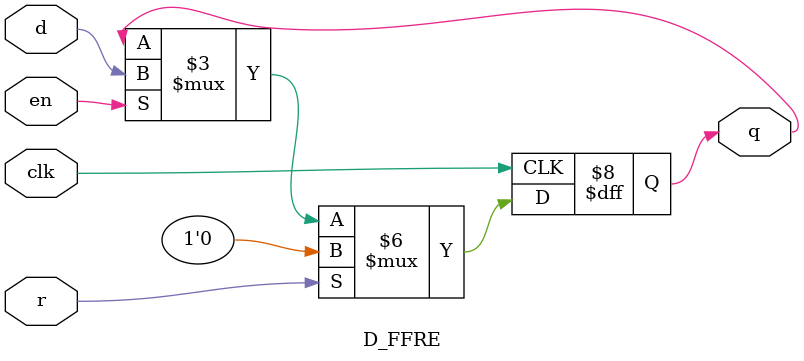
<source format=v>

module D_FF 
(
d,  
clk, 
q);
parameter WIDTH = 1;
input clk;
input [WIDTH-1:0] d;
output [WIDTH-1:0] q;
reg [WIDTH-1:0] q;
always @ (posedge clk) 
q <= d;
endmodule

// dffr: D flip-flop with active high synchronous reset
// Parametrized width; default of 1
module D_FFR 
(
d, 
r, 
clk, 
q);
parameter WIDTH = 1;
input r;
input clk;
input [WIDTH-1:0] d;
output [WIDTH-1:0] q;
reg [WIDTH-1:0] q;
always @ (posedge clk) 
if ( r ) 
q <= {WIDTH{1'b0}};
else
q <= d;
endmodule


// dffre: D flip-flop with active high enable and reset
// Parametrized width; default of 1
module D_FFRE
(
d,
en,
r,
clk,
q
);
parameter WIDTH = 1;
input en;
input r;
input clk;
input [WIDTH-1:0] d;
output [WIDTH-1:0] q;
reg [WIDTH-1:0] q;
always @ (posedge clk)
if ( r )
q <= {WIDTH{1'b0}};
else if (en)
q <= d;
else q <= q;
endmodule




</source>
